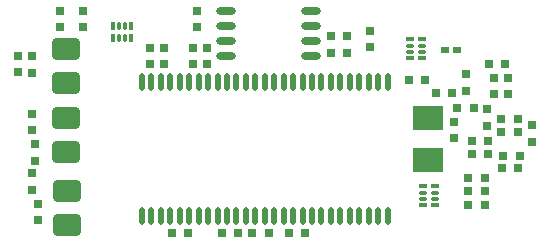
<source format=gbp>
G04 Layer_Color=128*
%FSLAX25Y25*%
%MOIN*%
G70*
G01*
G75*
%ADD18R,0.03000X0.03000*%
%ADD19R,0.03000X0.03000*%
%ADD36R,0.02500X0.02000*%
%ADD51O,0.06693X0.02362*%
%ADD52R,0.09843X0.07874*%
G04:AMPARAMS|DCode=53|XSize=90.55mil|YSize=70.87mil|CornerRadius=8.86mil|HoleSize=0mil|Usage=FLASHONLY|Rotation=180.000|XOffset=0mil|YOffset=0mil|HoleType=Round|Shape=RoundedRectangle|*
%AMROUNDEDRECTD53*
21,1,0.09055,0.05315,0,0,180.0*
21,1,0.07284,0.07087,0,0,180.0*
1,1,0.01772,-0.03642,0.02658*
1,1,0.01772,0.03642,0.02658*
1,1,0.01772,0.03642,-0.02658*
1,1,0.01772,-0.03642,-0.02658*
%
%ADD53ROUNDEDRECTD53*%
%ADD54O,0.01969X0.05906*%
G04:AMPARAMS|DCode=55|XSize=23.62mil|YSize=15.75mil|CornerRadius=1.97mil|HoleSize=0mil|Usage=FLASHONLY|Rotation=90.000|XOffset=0mil|YOffset=0mil|HoleType=Round|Shape=RoundedRectangle|*
%AMROUNDEDRECTD55*
21,1,0.02362,0.01181,0,0,90.0*
21,1,0.01969,0.01575,0,0,90.0*
1,1,0.00394,0.00591,0.00984*
1,1,0.00394,0.00591,-0.00984*
1,1,0.00394,-0.00591,-0.00984*
1,1,0.00394,-0.00591,0.00984*
%
%ADD55ROUNDEDRECTD55*%
G04:AMPARAMS|DCode=56|XSize=23.62mil|YSize=11.81mil|CornerRadius=1.48mil|HoleSize=0mil|Usage=FLASHONLY|Rotation=90.000|XOffset=0mil|YOffset=0mil|HoleType=Round|Shape=RoundedRectangle|*
%AMROUNDEDRECTD56*
21,1,0.02362,0.00886,0,0,90.0*
21,1,0.02067,0.01181,0,0,90.0*
1,1,0.00295,0.00443,0.01034*
1,1,0.00295,0.00443,-0.01034*
1,1,0.00295,-0.00443,-0.01034*
1,1,0.00295,-0.00443,0.01034*
%
%ADD56ROUNDEDRECTD56*%
G04:AMPARAMS|DCode=57|XSize=23.62mil|YSize=15.75mil|CornerRadius=1.97mil|HoleSize=0mil|Usage=FLASHONLY|Rotation=0.000|XOffset=0mil|YOffset=0mil|HoleType=Round|Shape=RoundedRectangle|*
%AMROUNDEDRECTD57*
21,1,0.02362,0.01181,0,0,0.0*
21,1,0.01969,0.01575,0,0,0.0*
1,1,0.00394,0.00984,-0.00591*
1,1,0.00394,-0.00984,-0.00591*
1,1,0.00394,-0.00984,0.00591*
1,1,0.00394,0.00984,0.00591*
%
%ADD57ROUNDEDRECTD57*%
G04:AMPARAMS|DCode=58|XSize=23.62mil|YSize=11.81mil|CornerRadius=1.48mil|HoleSize=0mil|Usage=FLASHONLY|Rotation=0.000|XOffset=0mil|YOffset=0mil|HoleType=Round|Shape=RoundedRectangle|*
%AMROUNDEDRECTD58*
21,1,0.02362,0.00886,0,0,0.0*
21,1,0.02067,0.01181,0,0,0.0*
1,1,0.00295,0.01034,-0.00443*
1,1,0.00295,-0.01034,-0.00443*
1,1,0.00295,-0.01034,0.00443*
1,1,0.00295,0.01034,0.00443*
%
%ADD58ROUNDEDRECTD58*%
D18*
X122500Y73600D02*
D03*
Y79100D02*
D03*
X49300Y73400D02*
D03*
Y67900D02*
D03*
X65000Y80300D02*
D03*
Y85800D02*
D03*
X68200Y73400D02*
D03*
Y67900D02*
D03*
X63700Y73400D02*
D03*
Y67900D02*
D03*
X176700Y47600D02*
D03*
Y42100D02*
D03*
X154600Y64600D02*
D03*
Y59100D02*
D03*
X19300Y85700D02*
D03*
Y80200D02*
D03*
X161700Y47400D02*
D03*
Y52900D02*
D03*
X150600Y48700D02*
D03*
Y43200D02*
D03*
X168454Y63328D02*
D03*
Y57828D02*
D03*
X164054D02*
D03*
Y63328D02*
D03*
X10000Y31500D02*
D03*
Y26000D02*
D03*
X5100Y65200D02*
D03*
Y70700D02*
D03*
X10000Y70600D02*
D03*
Y65100D02*
D03*
X53900Y67900D02*
D03*
Y73400D02*
D03*
X11900Y15900D02*
D03*
Y21400D02*
D03*
X10900Y35800D02*
D03*
Y41300D02*
D03*
X10000Y51400D02*
D03*
Y45900D02*
D03*
X26800Y85700D02*
D03*
Y80200D02*
D03*
D19*
X95500Y11800D02*
D03*
X101000D02*
D03*
X156532Y37868D02*
D03*
X162031D02*
D03*
Y42369D02*
D03*
X156532D02*
D03*
X157100Y53400D02*
D03*
X151600D02*
D03*
X155316Y21100D02*
D03*
X160816D02*
D03*
Y25500D02*
D03*
X155316D02*
D03*
X160791Y29900D02*
D03*
X155291D02*
D03*
X172493Y37316D02*
D03*
X166993D02*
D03*
X171800Y49700D02*
D03*
X166300D02*
D03*
Y45200D02*
D03*
X171800D02*
D03*
X166400Y33200D02*
D03*
X171900D02*
D03*
X150000Y58200D02*
D03*
X144500D02*
D03*
X162100Y67900D02*
D03*
X167600D02*
D03*
X135500Y62700D02*
D03*
X141000D02*
D03*
X109500Y71800D02*
D03*
X115000D02*
D03*
X109500Y77400D02*
D03*
X115000D02*
D03*
X62000Y11800D02*
D03*
X56500D02*
D03*
X73200D02*
D03*
X78700D02*
D03*
X88800D02*
D03*
X83300D02*
D03*
D36*
X147700Y72600D02*
D03*
X151700D02*
D03*
D51*
X74625Y85600D02*
D03*
Y80600D02*
D03*
Y75600D02*
D03*
Y70600D02*
D03*
X102775Y75600D02*
D03*
Y85600D02*
D03*
Y80600D02*
D03*
Y70600D02*
D03*
D52*
X141931Y49990D02*
D03*
Y36013D02*
D03*
D53*
X21400Y14191D02*
D03*
Y25609D02*
D03*
X21300Y38591D02*
D03*
Y50009D02*
D03*
X21200Y61591D02*
D03*
Y73009D02*
D03*
D54*
X46555Y61944D02*
D03*
X49705D02*
D03*
X52854D02*
D03*
X56004D02*
D03*
X59153D02*
D03*
X62303D02*
D03*
X65453D02*
D03*
X68602D02*
D03*
X71752D02*
D03*
X74902D02*
D03*
X78051D02*
D03*
X81201D02*
D03*
X84350D02*
D03*
X87500D02*
D03*
X90650D02*
D03*
X93799D02*
D03*
X96949D02*
D03*
X100098D02*
D03*
X103248D02*
D03*
X106398D02*
D03*
X109547D02*
D03*
X112697D02*
D03*
X115847D02*
D03*
X118996D02*
D03*
X122146D02*
D03*
X125295D02*
D03*
X128445D02*
D03*
X46555Y17456D02*
D03*
X49705D02*
D03*
X52854D02*
D03*
X56004D02*
D03*
X59153D02*
D03*
X62303D02*
D03*
X65453D02*
D03*
X68602D02*
D03*
X71752D02*
D03*
X74902D02*
D03*
X78051D02*
D03*
X81201D02*
D03*
X84350D02*
D03*
X87500D02*
D03*
X90650D02*
D03*
X93799D02*
D03*
X96949D02*
D03*
X100098D02*
D03*
X103248D02*
D03*
X106398D02*
D03*
X109547D02*
D03*
X112697D02*
D03*
X115847D02*
D03*
X118996D02*
D03*
X122146D02*
D03*
X125295D02*
D03*
X128445D02*
D03*
D55*
X36849Y76631D02*
D03*
X42951D02*
D03*
Y80568D02*
D03*
X36849D02*
D03*
D56*
X38916Y76631D02*
D03*
X40884D02*
D03*
Y80568D02*
D03*
X38916D02*
D03*
D57*
X135932Y76151D02*
D03*
Y70049D02*
D03*
X139868D02*
D03*
Y76151D02*
D03*
X140232Y27151D02*
D03*
Y21049D02*
D03*
X144168D02*
D03*
Y27151D02*
D03*
D58*
X135932Y74084D02*
D03*
Y72116D02*
D03*
X139868D02*
D03*
Y74084D02*
D03*
X140232Y25084D02*
D03*
Y23116D02*
D03*
X144168D02*
D03*
Y25084D02*
D03*
M02*

</source>
